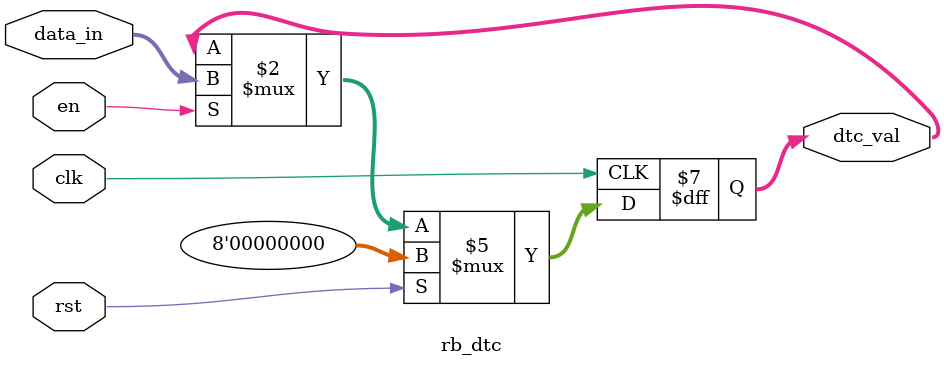
<source format=v>
module rb_dtc(
    input clk, rst,
    input en,
    input [7:0] data_in,
    output reg [7:0] dtc_val
);

always @(posedge clk) begin
    if(rst) begin
        dtc_val <= 0; 
    end
    else if(en) begin
        dtc_val <= data_in;
    end
end

endmodule
</source>
